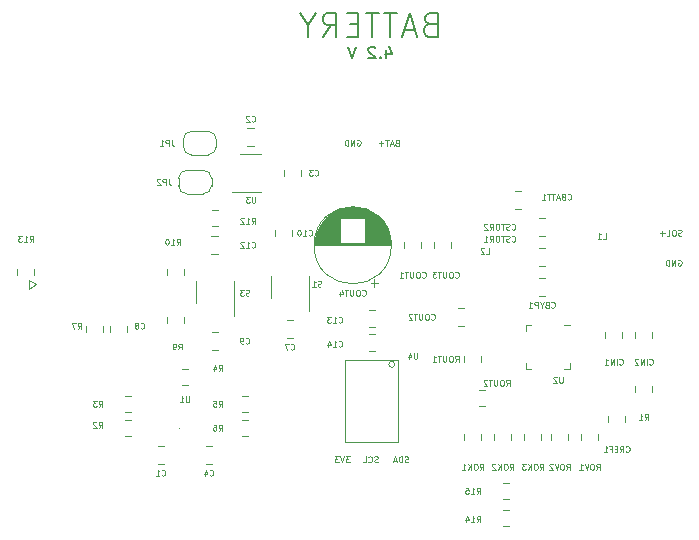
<source format=gbo>
G04 #@! TF.GenerationSoftware,KiCad,Pcbnew,(5.1.6)-1*
G04 #@! TF.CreationDate,2020-11-23T18:00:32+01:00*
G04 #@! TF.ProjectId,Power_module_v1,506f7765-725f-46d6-9f64-756c655f7631,rev?*
G04 #@! TF.SameCoordinates,Original*
G04 #@! TF.FileFunction,Legend,Bot*
G04 #@! TF.FilePolarity,Positive*
%FSLAX46Y46*%
G04 Gerber Fmt 4.6, Leading zero omitted, Abs format (unit mm)*
G04 Created by KiCad (PCBNEW (5.1.6)-1) date 2020-11-23 18:00:32*
%MOMM*%
%LPD*%
G01*
G04 APERTURE LIST*
%ADD10C,0.150000*%
%ADD11C,0.125000*%
%ADD12C,0.120000*%
G04 APERTURE END LIST*
D10*
X123761333Y-64555714D02*
X123761333Y-65222380D01*
X123999428Y-64174761D02*
X124237523Y-64889047D01*
X123618476Y-64889047D01*
X123237523Y-65127142D02*
X123189904Y-65174761D01*
X123237523Y-65222380D01*
X123285142Y-65174761D01*
X123237523Y-65127142D01*
X123237523Y-65222380D01*
X122808952Y-64317619D02*
X122761333Y-64270000D01*
X122666095Y-64222380D01*
X122428000Y-64222380D01*
X122332761Y-64270000D01*
X122285142Y-64317619D01*
X122237523Y-64412857D01*
X122237523Y-64508095D01*
X122285142Y-64650952D01*
X122856571Y-65222380D01*
X122237523Y-65222380D01*
X121189904Y-64222380D02*
X120856571Y-65222380D01*
X120523238Y-64222380D01*
X127428000Y-62341142D02*
X127142285Y-62436380D01*
X127047047Y-62531619D01*
X126951809Y-62722095D01*
X126951809Y-63007809D01*
X127047047Y-63198285D01*
X127142285Y-63293523D01*
X127332761Y-63388761D01*
X128094666Y-63388761D01*
X128094666Y-61388761D01*
X127428000Y-61388761D01*
X127237523Y-61484000D01*
X127142285Y-61579238D01*
X127047047Y-61769714D01*
X127047047Y-61960190D01*
X127142285Y-62150666D01*
X127237523Y-62245904D01*
X127428000Y-62341142D01*
X128094666Y-62341142D01*
X126189904Y-62817333D02*
X125237523Y-62817333D01*
X126380380Y-63388761D02*
X125713714Y-61388761D01*
X125047047Y-63388761D01*
X124666095Y-61388761D02*
X123523238Y-61388761D01*
X124094666Y-63388761D02*
X124094666Y-61388761D01*
X123142285Y-61388761D02*
X121999428Y-61388761D01*
X122570857Y-63388761D02*
X122570857Y-61388761D01*
X121332761Y-62341142D02*
X120666095Y-62341142D01*
X120380380Y-63388761D02*
X121332761Y-63388761D01*
X121332761Y-61388761D01*
X120380380Y-61388761D01*
X118380380Y-63388761D02*
X119047047Y-62436380D01*
X119523238Y-63388761D02*
X119523238Y-61388761D01*
X118761333Y-61388761D01*
X118570857Y-61484000D01*
X118475619Y-61579238D01*
X118380380Y-61769714D01*
X118380380Y-62055428D01*
X118475619Y-62245904D01*
X118570857Y-62341142D01*
X118761333Y-62436380D01*
X119523238Y-62436380D01*
X117142285Y-62436380D02*
X117142285Y-63388761D01*
X117808952Y-61388761D02*
X117142285Y-62436380D01*
X116475619Y-61388761D01*
D11*
X148744666Y-80212380D02*
X148673238Y-80236190D01*
X148554190Y-80236190D01*
X148506571Y-80212380D01*
X148482761Y-80188571D01*
X148458952Y-80140952D01*
X148458952Y-80093333D01*
X148482761Y-80045714D01*
X148506571Y-80021904D01*
X148554190Y-79998095D01*
X148649428Y-79974285D01*
X148697047Y-79950476D01*
X148720857Y-79926666D01*
X148744666Y-79879047D01*
X148744666Y-79831428D01*
X148720857Y-79783809D01*
X148697047Y-79760000D01*
X148649428Y-79736190D01*
X148530380Y-79736190D01*
X148458952Y-79760000D01*
X148149428Y-79736190D02*
X148054190Y-79736190D01*
X148006571Y-79760000D01*
X147958952Y-79807619D01*
X147935142Y-79902857D01*
X147935142Y-80069523D01*
X147958952Y-80164761D01*
X148006571Y-80212380D01*
X148054190Y-80236190D01*
X148149428Y-80236190D01*
X148197047Y-80212380D01*
X148244666Y-80164761D01*
X148268476Y-80069523D01*
X148268476Y-79902857D01*
X148244666Y-79807619D01*
X148197047Y-79760000D01*
X148149428Y-79736190D01*
X147482761Y-80236190D02*
X147720857Y-80236190D01*
X147720857Y-79736190D01*
X147316095Y-80045714D02*
X146935142Y-80045714D01*
X147125619Y-80236190D02*
X147125619Y-79855238D01*
X121284952Y-72140000D02*
X121332571Y-72116190D01*
X121404000Y-72116190D01*
X121475428Y-72140000D01*
X121523047Y-72187619D01*
X121546857Y-72235238D01*
X121570666Y-72330476D01*
X121570666Y-72401904D01*
X121546857Y-72497142D01*
X121523047Y-72544761D01*
X121475428Y-72592380D01*
X121404000Y-72616190D01*
X121356380Y-72616190D01*
X121284952Y-72592380D01*
X121261142Y-72568571D01*
X121261142Y-72401904D01*
X121356380Y-72401904D01*
X121046857Y-72616190D02*
X121046857Y-72116190D01*
X120761142Y-72616190D01*
X120761142Y-72116190D01*
X120523047Y-72616190D02*
X120523047Y-72116190D01*
X120404000Y-72116190D01*
X120332571Y-72140000D01*
X120284952Y-72187619D01*
X120261142Y-72235238D01*
X120237333Y-72330476D01*
X120237333Y-72401904D01*
X120261142Y-72497142D01*
X120284952Y-72544761D01*
X120332571Y-72592380D01*
X120404000Y-72616190D01*
X120523047Y-72616190D01*
X148462952Y-82300000D02*
X148510571Y-82276190D01*
X148582000Y-82276190D01*
X148653428Y-82300000D01*
X148701047Y-82347619D01*
X148724857Y-82395238D01*
X148748666Y-82490476D01*
X148748666Y-82561904D01*
X148724857Y-82657142D01*
X148701047Y-82704761D01*
X148653428Y-82752380D01*
X148582000Y-82776190D01*
X148534380Y-82776190D01*
X148462952Y-82752380D01*
X148439142Y-82728571D01*
X148439142Y-82561904D01*
X148534380Y-82561904D01*
X148224857Y-82776190D02*
X148224857Y-82276190D01*
X147939142Y-82776190D01*
X147939142Y-82276190D01*
X147701047Y-82776190D02*
X147701047Y-82276190D01*
X147582000Y-82276190D01*
X147510571Y-82300000D01*
X147462952Y-82347619D01*
X147439142Y-82395238D01*
X147415333Y-82490476D01*
X147415333Y-82561904D01*
X147439142Y-82657142D01*
X147462952Y-82704761D01*
X147510571Y-82752380D01*
X147582000Y-82776190D01*
X147701047Y-82776190D01*
X124630571Y-72354285D02*
X124559142Y-72378095D01*
X124535333Y-72401904D01*
X124511523Y-72449523D01*
X124511523Y-72520952D01*
X124535333Y-72568571D01*
X124559142Y-72592380D01*
X124606761Y-72616190D01*
X124797238Y-72616190D01*
X124797238Y-72116190D01*
X124630571Y-72116190D01*
X124582952Y-72140000D01*
X124559142Y-72163809D01*
X124535333Y-72211428D01*
X124535333Y-72259047D01*
X124559142Y-72306666D01*
X124582952Y-72330476D01*
X124630571Y-72354285D01*
X124797238Y-72354285D01*
X124321047Y-72473333D02*
X124082952Y-72473333D01*
X124368666Y-72616190D02*
X124202000Y-72116190D01*
X124035333Y-72616190D01*
X123940095Y-72116190D02*
X123654380Y-72116190D01*
X123797238Y-72616190D02*
X123797238Y-72116190D01*
X123487714Y-72425714D02*
X123106761Y-72425714D01*
X123297238Y-72616190D02*
X123297238Y-72235238D01*
D12*
X93472000Y-84074000D02*
X93472000Y-83947000D01*
X93472000Y-84709000D02*
X93472000Y-84074000D01*
X94107000Y-84328000D02*
X93472000Y-84709000D01*
X93472000Y-83947000D02*
X94107000Y-84328000D01*
D11*
X125575142Y-99389380D02*
X125503714Y-99413190D01*
X125384666Y-99413190D01*
X125337047Y-99389380D01*
X125313238Y-99365571D01*
X125289428Y-99317952D01*
X125289428Y-99270333D01*
X125313238Y-99222714D01*
X125337047Y-99198904D01*
X125384666Y-99175095D01*
X125479904Y-99151285D01*
X125527523Y-99127476D01*
X125551333Y-99103666D01*
X125575142Y-99056047D01*
X125575142Y-99008428D01*
X125551333Y-98960809D01*
X125527523Y-98937000D01*
X125479904Y-98913190D01*
X125360857Y-98913190D01*
X125289428Y-98937000D01*
X125075142Y-99413190D02*
X125075142Y-98913190D01*
X124956095Y-98913190D01*
X124884666Y-98937000D01*
X124837047Y-98984619D01*
X124813238Y-99032238D01*
X124789428Y-99127476D01*
X124789428Y-99198904D01*
X124813238Y-99294142D01*
X124837047Y-99341761D01*
X124884666Y-99389380D01*
X124956095Y-99413190D01*
X125075142Y-99413190D01*
X124598952Y-99270333D02*
X124360857Y-99270333D01*
X124646571Y-99413190D02*
X124479904Y-98913190D01*
X124313238Y-99413190D01*
X123023238Y-99389380D02*
X122951809Y-99413190D01*
X122832761Y-99413190D01*
X122785142Y-99389380D01*
X122761333Y-99365571D01*
X122737523Y-99317952D01*
X122737523Y-99270333D01*
X122761333Y-99222714D01*
X122785142Y-99198904D01*
X122832761Y-99175095D01*
X122928000Y-99151285D01*
X122975619Y-99127476D01*
X122999428Y-99103666D01*
X123023238Y-99056047D01*
X123023238Y-99008428D01*
X122999428Y-98960809D01*
X122975619Y-98937000D01*
X122928000Y-98913190D01*
X122808952Y-98913190D01*
X122737523Y-98937000D01*
X122237523Y-99365571D02*
X122261333Y-99389380D01*
X122332761Y-99413190D01*
X122380380Y-99413190D01*
X122451809Y-99389380D01*
X122499428Y-99341761D01*
X122523238Y-99294142D01*
X122547047Y-99198904D01*
X122547047Y-99127476D01*
X122523238Y-99032238D01*
X122499428Y-98984619D01*
X122451809Y-98937000D01*
X122380380Y-98913190D01*
X122332761Y-98913190D01*
X122261333Y-98937000D01*
X122237523Y-98960809D01*
X121785142Y-99413190D02*
X122023238Y-99413190D01*
X122023238Y-98913190D01*
X120634047Y-98913190D02*
X120324523Y-98913190D01*
X120491190Y-99103666D01*
X120419761Y-99103666D01*
X120372142Y-99127476D01*
X120348333Y-99151285D01*
X120324523Y-99198904D01*
X120324523Y-99317952D01*
X120348333Y-99365571D01*
X120372142Y-99389380D01*
X120419761Y-99413190D01*
X120562619Y-99413190D01*
X120610238Y-99389380D01*
X120634047Y-99365571D01*
X120181666Y-98913190D02*
X120015000Y-99413190D01*
X119848333Y-98913190D01*
X119729285Y-98913190D02*
X119419761Y-98913190D01*
X119586428Y-99103666D01*
X119515000Y-99103666D01*
X119467380Y-99127476D01*
X119443571Y-99151285D01*
X119419761Y-99198904D01*
X119419761Y-99317952D01*
X119443571Y-99365571D01*
X119467380Y-99389380D01*
X119515000Y-99413190D01*
X119657857Y-99413190D01*
X119705476Y-99389380D01*
X119729285Y-99365571D01*
D12*
X106427748Y-92912000D02*
X106950252Y-92912000D01*
X106427748Y-91492000D02*
X106950252Y-91492000D01*
X111507748Y-95198000D02*
X112030252Y-95198000D01*
X111507748Y-93778000D02*
X112030252Y-93778000D01*
X137167252Y-82777000D02*
X136644748Y-82777000D01*
X137167252Y-81307000D02*
X136644748Y-81307000D01*
X143991000Y-95518248D02*
X143991000Y-96040752D01*
X142521000Y-95518248D02*
X142521000Y-96040752D01*
X125249000Y-81287252D02*
X125249000Y-80764748D01*
X126719000Y-81287252D02*
X126719000Y-80764748D01*
X143737000Y-88384748D02*
X143737000Y-88907252D01*
X142267000Y-88384748D02*
X142267000Y-88907252D01*
X137167252Y-85317000D02*
X136644748Y-85317000D01*
X137167252Y-83847000D02*
X136644748Y-83847000D01*
X122284748Y-88546000D02*
X122807252Y-88546000D01*
X122284748Y-90016000D02*
X122807252Y-90016000D01*
X122293748Y-86514000D02*
X122816252Y-86514000D01*
X122293748Y-87984000D02*
X122816252Y-87984000D01*
X108937248Y-80291000D02*
X109459752Y-80291000D01*
X108937248Y-81761000D02*
X109459752Y-81761000D01*
X114327000Y-80271252D02*
X114327000Y-79748748D01*
X115797000Y-80271252D02*
X115797000Y-79748748D01*
X109481252Y-89889000D02*
X108958748Y-89889000D01*
X109481252Y-88419000D02*
X108958748Y-88419000D01*
X101827000Y-87876748D02*
X101827000Y-88399252D01*
X100357000Y-87876748D02*
X100357000Y-88399252D01*
X115831252Y-88873000D02*
X115308748Y-88873000D01*
X115831252Y-87403000D02*
X115308748Y-87403000D01*
X108973252Y-99541000D02*
X108450748Y-99541000D01*
X108973252Y-98071000D02*
X108450748Y-98071000D01*
X115089000Y-75169752D02*
X115089000Y-74647248D01*
X116559000Y-75169752D02*
X116559000Y-74647248D01*
X111985248Y-71147000D02*
X112507752Y-71147000D01*
X111985248Y-72617000D02*
X112507752Y-72617000D01*
X104386748Y-98071000D02*
X104909252Y-98071000D01*
X104386748Y-99541000D02*
X104909252Y-99541000D01*
X129786748Y-87857000D02*
X130309252Y-87857000D01*
X129786748Y-86387000D02*
X130309252Y-86387000D01*
X144807000Y-88384748D02*
X144807000Y-88907252D01*
X146277000Y-88384748D02*
X146277000Y-88907252D01*
X137167252Y-80237000D02*
X136644748Y-80237000D01*
X137167252Y-78767000D02*
X136644748Y-78767000D01*
X134612748Y-76481000D02*
X135135252Y-76481000D01*
X134612748Y-77951000D02*
X135135252Y-77951000D01*
X127789000Y-81287252D02*
X127789000Y-80764748D01*
X129259000Y-81287252D02*
X129259000Y-80764748D01*
X106263223Y-96563080D02*
G75*
G03*
X106263223Y-96563080I-52363J0D01*
G01*
X106550000Y-72090000D02*
X106550000Y-72690000D01*
X108650000Y-71390000D02*
X107250000Y-71390000D01*
X109350000Y-72690000D02*
X109350000Y-72090000D01*
X107250000Y-73390000D02*
X108650000Y-73390000D01*
X108650000Y-73390000D02*
G75*
G03*
X109350000Y-72690000I0J700000D01*
G01*
X109350000Y-72090000D02*
G75*
G03*
X108650000Y-71390000I-700000J0D01*
G01*
X107250000Y-71390000D02*
G75*
G03*
X106550000Y-72090000I0J-700000D01*
G01*
X106550000Y-72690000D02*
G75*
G03*
X107250000Y-73390000I700000J0D01*
G01*
X106854000Y-76692000D02*
X108254000Y-76692000D01*
X108954000Y-75992000D02*
X108954000Y-75392000D01*
X108254000Y-74692000D02*
X106854000Y-74692000D01*
X106154000Y-75392000D02*
X106154000Y-75992000D01*
X106154000Y-75992000D02*
G75*
G03*
X106854000Y-76692000I700000J0D01*
G01*
X106854000Y-74692000D02*
G75*
G03*
X106154000Y-75392000I0J-700000D01*
G01*
X108954000Y-75392000D02*
G75*
G03*
X108254000Y-74692000I-700000J0D01*
G01*
X108254000Y-76692000D02*
G75*
G03*
X108954000Y-75992000I0J700000D01*
G01*
X144832000Y-92956748D02*
X144832000Y-93479252D01*
X146252000Y-92956748D02*
X146252000Y-93479252D01*
X102106252Y-97230000D02*
X101583748Y-97230000D01*
X102106252Y-95810000D02*
X101583748Y-95810000D01*
X102115252Y-93778000D02*
X101592748Y-93778000D01*
X102115252Y-95198000D02*
X101592748Y-95198000D01*
X111507748Y-97230000D02*
X112030252Y-97230000D01*
X111507748Y-95810000D02*
X112030252Y-95810000D01*
X98350000Y-87876748D02*
X98350000Y-88399252D01*
X99770000Y-87876748D02*
X99770000Y-88399252D01*
X105208000Y-87628252D02*
X105208000Y-87105748D01*
X106628000Y-87628252D02*
X106628000Y-87105748D01*
X106628000Y-83573252D02*
X106628000Y-83050748D01*
X105208000Y-83573252D02*
X105208000Y-83050748D01*
X93928000Y-83059748D02*
X93928000Y-83582252D01*
X92508000Y-83059748D02*
X92508000Y-83582252D01*
X134110252Y-104850000D02*
X133587748Y-104850000D01*
X134110252Y-103430000D02*
X133587748Y-103430000D01*
X134110252Y-101144000D02*
X133587748Y-101144000D01*
X134110252Y-102564000D02*
X133587748Y-102564000D01*
X135434000Y-97543252D02*
X135434000Y-97020748D01*
X136854000Y-97543252D02*
X136854000Y-97020748D01*
X134314000Y-97543252D02*
X134314000Y-97020748D01*
X132894000Y-97543252D02*
X132894000Y-97020748D01*
X131774000Y-97020748D02*
X131774000Y-97543252D01*
X130354000Y-97020748D02*
X130354000Y-97543252D01*
X132087252Y-93270000D02*
X131564748Y-93270000D01*
X132087252Y-94690000D02*
X131564748Y-94690000D01*
X130354000Y-90939252D02*
X130354000Y-90416748D01*
X131774000Y-90939252D02*
X131774000Y-90416748D01*
X137720000Y-97543252D02*
X137720000Y-97020748D01*
X139140000Y-97543252D02*
X139140000Y-97020748D01*
X140260000Y-97020748D02*
X140260000Y-97543252D01*
X141680000Y-97020748D02*
X141680000Y-97543252D01*
X110830000Y-84110000D02*
X110830000Y-87060000D01*
X107610000Y-85910000D02*
X107610000Y-84110000D01*
X138799000Y-87802000D02*
X139274000Y-87802000D01*
X135554000Y-91522000D02*
X135554000Y-91047000D01*
X136029000Y-91522000D02*
X135554000Y-91522000D01*
X139274000Y-91522000D02*
X139274000Y-91047000D01*
X138799000Y-91522000D02*
X139274000Y-91522000D01*
X135554000Y-87802000D02*
X135554000Y-88277000D01*
X136029000Y-87802000D02*
X135554000Y-87802000D01*
X111368000Y-73320000D02*
X113168000Y-73320000D01*
X113168000Y-76540000D02*
X110718000Y-76540000D01*
X124714000Y-90745000D02*
X120269000Y-90745000D01*
X120269000Y-90745000D02*
X120269000Y-97730000D01*
X120269000Y-97730000D02*
X124714000Y-97730000D01*
X124714000Y-97730000D02*
X124714000Y-90745000D01*
X124460000Y-91126000D02*
G75*
G03*
X124460000Y-91126000I-254000J0D01*
G01*
X124174000Y-81046000D02*
G75*
G03*
X124174000Y-81046000I-3270000J0D01*
G01*
X124134000Y-81046000D02*
X117674000Y-81046000D01*
X124134000Y-81006000D02*
X117674000Y-81006000D01*
X124134000Y-80966000D02*
X117674000Y-80966000D01*
X124132000Y-80926000D02*
X117676000Y-80926000D01*
X124131000Y-80886000D02*
X117677000Y-80886000D01*
X124128000Y-80846000D02*
X117680000Y-80846000D01*
X124126000Y-80806000D02*
X121944000Y-80806000D01*
X119864000Y-80806000D02*
X117682000Y-80806000D01*
X124122000Y-80766000D02*
X121944000Y-80766000D01*
X119864000Y-80766000D02*
X117686000Y-80766000D01*
X124119000Y-80726000D02*
X121944000Y-80726000D01*
X119864000Y-80726000D02*
X117689000Y-80726000D01*
X124115000Y-80686000D02*
X121944000Y-80686000D01*
X119864000Y-80686000D02*
X117693000Y-80686000D01*
X124110000Y-80646000D02*
X121944000Y-80646000D01*
X119864000Y-80646000D02*
X117698000Y-80646000D01*
X124105000Y-80606000D02*
X121944000Y-80606000D01*
X119864000Y-80606000D02*
X117703000Y-80606000D01*
X124099000Y-80566000D02*
X121944000Y-80566000D01*
X119864000Y-80566000D02*
X117709000Y-80566000D01*
X124093000Y-80526000D02*
X121944000Y-80526000D01*
X119864000Y-80526000D02*
X117715000Y-80526000D01*
X124086000Y-80486000D02*
X121944000Y-80486000D01*
X119864000Y-80486000D02*
X117722000Y-80486000D01*
X124079000Y-80446000D02*
X121944000Y-80446000D01*
X119864000Y-80446000D02*
X117729000Y-80446000D01*
X124071000Y-80406000D02*
X121944000Y-80406000D01*
X119864000Y-80406000D02*
X117737000Y-80406000D01*
X124063000Y-80366000D02*
X121944000Y-80366000D01*
X119864000Y-80366000D02*
X117745000Y-80366000D01*
X124054000Y-80325000D02*
X121944000Y-80325000D01*
X119864000Y-80325000D02*
X117754000Y-80325000D01*
X124045000Y-80285000D02*
X121944000Y-80285000D01*
X119864000Y-80285000D02*
X117763000Y-80285000D01*
X124035000Y-80245000D02*
X121944000Y-80245000D01*
X119864000Y-80245000D02*
X117773000Y-80245000D01*
X124025000Y-80205000D02*
X121944000Y-80205000D01*
X119864000Y-80205000D02*
X117783000Y-80205000D01*
X124014000Y-80165000D02*
X121944000Y-80165000D01*
X119864000Y-80165000D02*
X117794000Y-80165000D01*
X124002000Y-80125000D02*
X121944000Y-80125000D01*
X119864000Y-80125000D02*
X117806000Y-80125000D01*
X123990000Y-80085000D02*
X121944000Y-80085000D01*
X119864000Y-80085000D02*
X117818000Y-80085000D01*
X123978000Y-80045000D02*
X121944000Y-80045000D01*
X119864000Y-80045000D02*
X117830000Y-80045000D01*
X123965000Y-80005000D02*
X121944000Y-80005000D01*
X119864000Y-80005000D02*
X117843000Y-80005000D01*
X123951000Y-79965000D02*
X121944000Y-79965000D01*
X119864000Y-79965000D02*
X117857000Y-79965000D01*
X123937000Y-79925000D02*
X121944000Y-79925000D01*
X119864000Y-79925000D02*
X117871000Y-79925000D01*
X123922000Y-79885000D02*
X121944000Y-79885000D01*
X119864000Y-79885000D02*
X117886000Y-79885000D01*
X123906000Y-79845000D02*
X121944000Y-79845000D01*
X119864000Y-79845000D02*
X117902000Y-79845000D01*
X123890000Y-79805000D02*
X121944000Y-79805000D01*
X119864000Y-79805000D02*
X117918000Y-79805000D01*
X123874000Y-79765000D02*
X121944000Y-79765000D01*
X119864000Y-79765000D02*
X117934000Y-79765000D01*
X123856000Y-79725000D02*
X121944000Y-79725000D01*
X119864000Y-79725000D02*
X117952000Y-79725000D01*
X123838000Y-79685000D02*
X121944000Y-79685000D01*
X119864000Y-79685000D02*
X117970000Y-79685000D01*
X123820000Y-79645000D02*
X121944000Y-79645000D01*
X119864000Y-79645000D02*
X117988000Y-79645000D01*
X123800000Y-79605000D02*
X121944000Y-79605000D01*
X119864000Y-79605000D02*
X118008000Y-79605000D01*
X123780000Y-79565000D02*
X121944000Y-79565000D01*
X119864000Y-79565000D02*
X118028000Y-79565000D01*
X123760000Y-79525000D02*
X121944000Y-79525000D01*
X119864000Y-79525000D02*
X118048000Y-79525000D01*
X123738000Y-79485000D02*
X121944000Y-79485000D01*
X119864000Y-79485000D02*
X118070000Y-79485000D01*
X123716000Y-79445000D02*
X121944000Y-79445000D01*
X119864000Y-79445000D02*
X118092000Y-79445000D01*
X123694000Y-79405000D02*
X121944000Y-79405000D01*
X119864000Y-79405000D02*
X118114000Y-79405000D01*
X123670000Y-79365000D02*
X121944000Y-79365000D01*
X119864000Y-79365000D02*
X118138000Y-79365000D01*
X123646000Y-79325000D02*
X121944000Y-79325000D01*
X119864000Y-79325000D02*
X118162000Y-79325000D01*
X123620000Y-79285000D02*
X121944000Y-79285000D01*
X119864000Y-79285000D02*
X118188000Y-79285000D01*
X123594000Y-79245000D02*
X121944000Y-79245000D01*
X119864000Y-79245000D02*
X118214000Y-79245000D01*
X123568000Y-79205000D02*
X121944000Y-79205000D01*
X119864000Y-79205000D02*
X118240000Y-79205000D01*
X123540000Y-79165000D02*
X121944000Y-79165000D01*
X119864000Y-79165000D02*
X118268000Y-79165000D01*
X123511000Y-79125000D02*
X121944000Y-79125000D01*
X119864000Y-79125000D02*
X118297000Y-79125000D01*
X123482000Y-79085000D02*
X121944000Y-79085000D01*
X119864000Y-79085000D02*
X118326000Y-79085000D01*
X123452000Y-79045000D02*
X121944000Y-79045000D01*
X119864000Y-79045000D02*
X118356000Y-79045000D01*
X123420000Y-79005000D02*
X121944000Y-79005000D01*
X119864000Y-79005000D02*
X118388000Y-79005000D01*
X123388000Y-78965000D02*
X121944000Y-78965000D01*
X119864000Y-78965000D02*
X118420000Y-78965000D01*
X123354000Y-78925000D02*
X121944000Y-78925000D01*
X119864000Y-78925000D02*
X118454000Y-78925000D01*
X123320000Y-78885000D02*
X121944000Y-78885000D01*
X119864000Y-78885000D02*
X118488000Y-78885000D01*
X123284000Y-78845000D02*
X121944000Y-78845000D01*
X119864000Y-78845000D02*
X118524000Y-78845000D01*
X123247000Y-78805000D02*
X121944000Y-78805000D01*
X119864000Y-78805000D02*
X118561000Y-78805000D01*
X123209000Y-78765000D02*
X121944000Y-78765000D01*
X119864000Y-78765000D02*
X118599000Y-78765000D01*
X123169000Y-78725000D02*
X118639000Y-78725000D01*
X123128000Y-78685000D02*
X118680000Y-78685000D01*
X123086000Y-78645000D02*
X118722000Y-78645000D01*
X123041000Y-78605000D02*
X118767000Y-78605000D01*
X122996000Y-78565000D02*
X118812000Y-78565000D01*
X122948000Y-78525000D02*
X118860000Y-78525000D01*
X122899000Y-78485000D02*
X118909000Y-78485000D01*
X122848000Y-78445000D02*
X118960000Y-78445000D01*
X122794000Y-78405000D02*
X119014000Y-78405000D01*
X122738000Y-78365000D02*
X119070000Y-78365000D01*
X122680000Y-78325000D02*
X119128000Y-78325000D01*
X122618000Y-78285000D02*
X119190000Y-78285000D01*
X122554000Y-78245000D02*
X119254000Y-78245000D01*
X122485000Y-78205000D02*
X119323000Y-78205000D01*
X122413000Y-78165000D02*
X119395000Y-78165000D01*
X122336000Y-78125000D02*
X119472000Y-78125000D01*
X122254000Y-78085000D02*
X119554000Y-78085000D01*
X122166000Y-78045000D02*
X119642000Y-78045000D01*
X122069000Y-78005000D02*
X119739000Y-78005000D01*
X121963000Y-77965000D02*
X119845000Y-77965000D01*
X121844000Y-77925000D02*
X119964000Y-77925000D01*
X121706000Y-77885000D02*
X120102000Y-77885000D01*
X121537000Y-77845000D02*
X120271000Y-77845000D01*
X121306000Y-77805000D02*
X120502000Y-77805000D01*
X122743000Y-84546241D02*
X122743000Y-83916241D01*
X123058000Y-84231241D02*
X122428000Y-84231241D01*
X109472252Y-78030000D02*
X108949748Y-78030000D01*
X109472252Y-79450000D02*
X108949748Y-79450000D01*
X113960000Y-85482000D02*
X113960000Y-83682000D01*
X117180000Y-83682000D02*
X117180000Y-86632000D01*
D11*
X109557333Y-91666190D02*
X109724000Y-91428095D01*
X109843047Y-91666190D02*
X109843047Y-91166190D01*
X109652571Y-91166190D01*
X109604952Y-91190000D01*
X109581142Y-91213809D01*
X109557333Y-91261428D01*
X109557333Y-91332857D01*
X109581142Y-91380476D01*
X109604952Y-91404285D01*
X109652571Y-91428095D01*
X109843047Y-91428095D01*
X109128761Y-91332857D02*
X109128761Y-91666190D01*
X109247809Y-91142380D02*
X109366857Y-91499523D01*
X109057333Y-91499523D01*
X109557333Y-94714190D02*
X109724000Y-94476095D01*
X109843047Y-94714190D02*
X109843047Y-94214190D01*
X109652571Y-94214190D01*
X109604952Y-94238000D01*
X109581142Y-94261809D01*
X109557333Y-94309428D01*
X109557333Y-94380857D01*
X109581142Y-94428476D01*
X109604952Y-94452285D01*
X109652571Y-94476095D01*
X109843047Y-94476095D01*
X109104952Y-94214190D02*
X109343047Y-94214190D01*
X109366857Y-94452285D01*
X109343047Y-94428476D01*
X109295428Y-94404666D01*
X109176380Y-94404666D01*
X109128761Y-94428476D01*
X109104952Y-94452285D01*
X109081142Y-94499904D01*
X109081142Y-94618952D01*
X109104952Y-94666571D01*
X109128761Y-94690380D01*
X109176380Y-94714190D01*
X109295428Y-94714190D01*
X109343047Y-94690380D01*
X109366857Y-94666571D01*
X134373809Y-80696571D02*
X134397619Y-80720380D01*
X134469047Y-80744190D01*
X134516666Y-80744190D01*
X134588095Y-80720380D01*
X134635714Y-80672761D01*
X134659523Y-80625142D01*
X134683333Y-80529904D01*
X134683333Y-80458476D01*
X134659523Y-80363238D01*
X134635714Y-80315619D01*
X134588095Y-80268000D01*
X134516666Y-80244190D01*
X134469047Y-80244190D01*
X134397619Y-80268000D01*
X134373809Y-80291809D01*
X134183333Y-80720380D02*
X134111904Y-80744190D01*
X133992857Y-80744190D01*
X133945238Y-80720380D01*
X133921428Y-80696571D01*
X133897619Y-80648952D01*
X133897619Y-80601333D01*
X133921428Y-80553714D01*
X133945238Y-80529904D01*
X133992857Y-80506095D01*
X134088095Y-80482285D01*
X134135714Y-80458476D01*
X134159523Y-80434666D01*
X134183333Y-80387047D01*
X134183333Y-80339428D01*
X134159523Y-80291809D01*
X134135714Y-80268000D01*
X134088095Y-80244190D01*
X133969047Y-80244190D01*
X133897619Y-80268000D01*
X133754761Y-80244190D02*
X133469047Y-80244190D01*
X133611904Y-80744190D02*
X133611904Y-80244190D01*
X133207142Y-80244190D02*
X133111904Y-80244190D01*
X133064285Y-80268000D01*
X133016666Y-80315619D01*
X132992857Y-80410857D01*
X132992857Y-80577523D01*
X133016666Y-80672761D01*
X133064285Y-80720380D01*
X133111904Y-80744190D01*
X133207142Y-80744190D01*
X133254761Y-80720380D01*
X133302380Y-80672761D01*
X133326190Y-80577523D01*
X133326190Y-80410857D01*
X133302380Y-80315619D01*
X133254761Y-80268000D01*
X133207142Y-80244190D01*
X132492857Y-80744190D02*
X132659523Y-80506095D01*
X132778571Y-80744190D02*
X132778571Y-80244190D01*
X132588095Y-80244190D01*
X132540476Y-80268000D01*
X132516666Y-80291809D01*
X132492857Y-80339428D01*
X132492857Y-80410857D01*
X132516666Y-80458476D01*
X132540476Y-80482285D01*
X132588095Y-80506095D01*
X132778571Y-80506095D01*
X132016666Y-80744190D02*
X132302380Y-80744190D01*
X132159523Y-80744190D02*
X132159523Y-80244190D01*
X132207142Y-80315619D01*
X132254761Y-80363238D01*
X132302380Y-80387047D01*
X144029809Y-98498071D02*
X144053619Y-98521880D01*
X144125047Y-98545690D01*
X144172666Y-98545690D01*
X144244095Y-98521880D01*
X144291714Y-98474261D01*
X144315523Y-98426642D01*
X144339333Y-98331404D01*
X144339333Y-98259976D01*
X144315523Y-98164738D01*
X144291714Y-98117119D01*
X144244095Y-98069500D01*
X144172666Y-98045690D01*
X144125047Y-98045690D01*
X144053619Y-98069500D01*
X144029809Y-98093309D01*
X143529809Y-98545690D02*
X143696476Y-98307595D01*
X143815523Y-98545690D02*
X143815523Y-98045690D01*
X143625047Y-98045690D01*
X143577428Y-98069500D01*
X143553619Y-98093309D01*
X143529809Y-98140928D01*
X143529809Y-98212357D01*
X143553619Y-98259976D01*
X143577428Y-98283785D01*
X143625047Y-98307595D01*
X143815523Y-98307595D01*
X143315523Y-98283785D02*
X143148857Y-98283785D01*
X143077428Y-98545690D02*
X143315523Y-98545690D01*
X143315523Y-98045690D01*
X143077428Y-98045690D01*
X142696476Y-98283785D02*
X142863142Y-98283785D01*
X142863142Y-98545690D02*
X142863142Y-98045690D01*
X142625047Y-98045690D01*
X142172666Y-98545690D02*
X142458380Y-98545690D01*
X142315523Y-98545690D02*
X142315523Y-98045690D01*
X142363142Y-98117119D01*
X142410761Y-98164738D01*
X142458380Y-98188547D01*
X126781619Y-83744571D02*
X126805428Y-83768380D01*
X126876857Y-83792190D01*
X126924476Y-83792190D01*
X126995904Y-83768380D01*
X127043523Y-83720761D01*
X127067333Y-83673142D01*
X127091142Y-83577904D01*
X127091142Y-83506476D01*
X127067333Y-83411238D01*
X127043523Y-83363619D01*
X126995904Y-83316000D01*
X126924476Y-83292190D01*
X126876857Y-83292190D01*
X126805428Y-83316000D01*
X126781619Y-83339809D01*
X126472095Y-83292190D02*
X126376857Y-83292190D01*
X126329238Y-83316000D01*
X126281619Y-83363619D01*
X126257809Y-83458857D01*
X126257809Y-83625523D01*
X126281619Y-83720761D01*
X126329238Y-83768380D01*
X126376857Y-83792190D01*
X126472095Y-83792190D01*
X126519714Y-83768380D01*
X126567333Y-83720761D01*
X126591142Y-83625523D01*
X126591142Y-83458857D01*
X126567333Y-83363619D01*
X126519714Y-83316000D01*
X126472095Y-83292190D01*
X126043523Y-83292190D02*
X126043523Y-83696952D01*
X126019714Y-83744571D01*
X125995904Y-83768380D01*
X125948285Y-83792190D01*
X125853047Y-83792190D01*
X125805428Y-83768380D01*
X125781619Y-83744571D01*
X125757809Y-83696952D01*
X125757809Y-83292190D01*
X125591142Y-83292190D02*
X125305428Y-83292190D01*
X125448285Y-83792190D02*
X125448285Y-83292190D01*
X124876857Y-83792190D02*
X125162571Y-83792190D01*
X125019714Y-83792190D02*
X125019714Y-83292190D01*
X125067333Y-83363619D01*
X125114952Y-83411238D01*
X125162571Y-83435047D01*
X143466285Y-91110571D02*
X143490095Y-91134380D01*
X143561523Y-91158190D01*
X143609142Y-91158190D01*
X143680571Y-91134380D01*
X143728190Y-91086761D01*
X143752000Y-91039142D01*
X143775809Y-90943904D01*
X143775809Y-90872476D01*
X143752000Y-90777238D01*
X143728190Y-90729619D01*
X143680571Y-90682000D01*
X143609142Y-90658190D01*
X143561523Y-90658190D01*
X143490095Y-90682000D01*
X143466285Y-90705809D01*
X143252000Y-91158190D02*
X143252000Y-90658190D01*
X143013904Y-91158190D02*
X143013904Y-90658190D01*
X142728190Y-91158190D01*
X142728190Y-90658190D01*
X142228190Y-91158190D02*
X142513904Y-91158190D01*
X142371047Y-91158190D02*
X142371047Y-90658190D01*
X142418666Y-90729619D01*
X142466285Y-90777238D01*
X142513904Y-90801047D01*
X137703619Y-86284571D02*
X137727428Y-86308380D01*
X137798857Y-86332190D01*
X137846476Y-86332190D01*
X137917904Y-86308380D01*
X137965523Y-86260761D01*
X137989333Y-86213142D01*
X138013142Y-86117904D01*
X138013142Y-86046476D01*
X137989333Y-85951238D01*
X137965523Y-85903619D01*
X137917904Y-85856000D01*
X137846476Y-85832190D01*
X137798857Y-85832190D01*
X137727428Y-85856000D01*
X137703619Y-85879809D01*
X137322666Y-86070285D02*
X137251238Y-86094095D01*
X137227428Y-86117904D01*
X137203619Y-86165523D01*
X137203619Y-86236952D01*
X137227428Y-86284571D01*
X137251238Y-86308380D01*
X137298857Y-86332190D01*
X137489333Y-86332190D01*
X137489333Y-85832190D01*
X137322666Y-85832190D01*
X137275047Y-85856000D01*
X137251238Y-85879809D01*
X137227428Y-85927428D01*
X137227428Y-85975047D01*
X137251238Y-86022666D01*
X137275047Y-86046476D01*
X137322666Y-86070285D01*
X137489333Y-86070285D01*
X136894095Y-86094095D02*
X136894095Y-86332190D01*
X137060761Y-85832190D02*
X136894095Y-86094095D01*
X136727428Y-85832190D01*
X136560761Y-86332190D02*
X136560761Y-85832190D01*
X136370285Y-85832190D01*
X136322666Y-85856000D01*
X136298857Y-85879809D01*
X136275047Y-85927428D01*
X136275047Y-85998857D01*
X136298857Y-86046476D01*
X136322666Y-86070285D01*
X136370285Y-86094095D01*
X136560761Y-86094095D01*
X135798857Y-86332190D02*
X136084571Y-86332190D01*
X135941714Y-86332190D02*
X135941714Y-85832190D01*
X135989333Y-85903619D01*
X136036952Y-85951238D01*
X136084571Y-85975047D01*
X119701428Y-89586571D02*
X119725238Y-89610380D01*
X119796666Y-89634190D01*
X119844285Y-89634190D01*
X119915714Y-89610380D01*
X119963333Y-89562761D01*
X119987142Y-89515142D01*
X120010952Y-89419904D01*
X120010952Y-89348476D01*
X119987142Y-89253238D01*
X119963333Y-89205619D01*
X119915714Y-89158000D01*
X119844285Y-89134190D01*
X119796666Y-89134190D01*
X119725238Y-89158000D01*
X119701428Y-89181809D01*
X119225238Y-89634190D02*
X119510952Y-89634190D01*
X119368095Y-89634190D02*
X119368095Y-89134190D01*
X119415714Y-89205619D01*
X119463333Y-89253238D01*
X119510952Y-89277047D01*
X118796666Y-89300857D02*
X118796666Y-89634190D01*
X118915714Y-89110380D02*
X119034761Y-89467523D01*
X118725238Y-89467523D01*
X119701428Y-87554571D02*
X119725238Y-87578380D01*
X119796666Y-87602190D01*
X119844285Y-87602190D01*
X119915714Y-87578380D01*
X119963333Y-87530761D01*
X119987142Y-87483142D01*
X120010952Y-87387904D01*
X120010952Y-87316476D01*
X119987142Y-87221238D01*
X119963333Y-87173619D01*
X119915714Y-87126000D01*
X119844285Y-87102190D01*
X119796666Y-87102190D01*
X119725238Y-87126000D01*
X119701428Y-87149809D01*
X119225238Y-87602190D02*
X119510952Y-87602190D01*
X119368095Y-87602190D02*
X119368095Y-87102190D01*
X119415714Y-87173619D01*
X119463333Y-87221238D01*
X119510952Y-87245047D01*
X119058571Y-87102190D02*
X118749047Y-87102190D01*
X118915714Y-87292666D01*
X118844285Y-87292666D01*
X118796666Y-87316476D01*
X118772857Y-87340285D01*
X118749047Y-87387904D01*
X118749047Y-87506952D01*
X118772857Y-87554571D01*
X118796666Y-87578380D01*
X118844285Y-87602190D01*
X118987142Y-87602190D01*
X119034761Y-87578380D01*
X119058571Y-87554571D01*
X112335428Y-81204571D02*
X112359238Y-81228380D01*
X112430666Y-81252190D01*
X112478285Y-81252190D01*
X112549714Y-81228380D01*
X112597333Y-81180761D01*
X112621142Y-81133142D01*
X112644952Y-81037904D01*
X112644952Y-80966476D01*
X112621142Y-80871238D01*
X112597333Y-80823619D01*
X112549714Y-80776000D01*
X112478285Y-80752190D01*
X112430666Y-80752190D01*
X112359238Y-80776000D01*
X112335428Y-80799809D01*
X111859238Y-81252190D02*
X112144952Y-81252190D01*
X112002095Y-81252190D02*
X112002095Y-80752190D01*
X112049714Y-80823619D01*
X112097333Y-80871238D01*
X112144952Y-80895047D01*
X111668761Y-80799809D02*
X111644952Y-80776000D01*
X111597333Y-80752190D01*
X111478285Y-80752190D01*
X111430666Y-80776000D01*
X111406857Y-80799809D01*
X111383047Y-80847428D01*
X111383047Y-80895047D01*
X111406857Y-80966476D01*
X111692571Y-81252190D01*
X111383047Y-81252190D01*
X117161428Y-80188571D02*
X117185238Y-80212380D01*
X117256666Y-80236190D01*
X117304285Y-80236190D01*
X117375714Y-80212380D01*
X117423333Y-80164761D01*
X117447142Y-80117142D01*
X117470952Y-80021904D01*
X117470952Y-79950476D01*
X117447142Y-79855238D01*
X117423333Y-79807619D01*
X117375714Y-79760000D01*
X117304285Y-79736190D01*
X117256666Y-79736190D01*
X117185238Y-79760000D01*
X117161428Y-79783809D01*
X116685238Y-80236190D02*
X116970952Y-80236190D01*
X116828095Y-80236190D02*
X116828095Y-79736190D01*
X116875714Y-79807619D01*
X116923333Y-79855238D01*
X116970952Y-79879047D01*
X116375714Y-79736190D02*
X116328095Y-79736190D01*
X116280476Y-79760000D01*
X116256666Y-79783809D01*
X116232857Y-79831428D01*
X116209047Y-79926666D01*
X116209047Y-80045714D01*
X116232857Y-80140952D01*
X116256666Y-80188571D01*
X116280476Y-80212380D01*
X116328095Y-80236190D01*
X116375714Y-80236190D01*
X116423333Y-80212380D01*
X116447142Y-80188571D01*
X116470952Y-80140952D01*
X116494761Y-80045714D01*
X116494761Y-79926666D01*
X116470952Y-79831428D01*
X116447142Y-79783809D01*
X116423333Y-79760000D01*
X116375714Y-79736190D01*
X111843333Y-89332571D02*
X111867142Y-89356380D01*
X111938571Y-89380190D01*
X111986190Y-89380190D01*
X112057619Y-89356380D01*
X112105238Y-89308761D01*
X112129047Y-89261142D01*
X112152857Y-89165904D01*
X112152857Y-89094476D01*
X112129047Y-88999238D01*
X112105238Y-88951619D01*
X112057619Y-88904000D01*
X111986190Y-88880190D01*
X111938571Y-88880190D01*
X111867142Y-88904000D01*
X111843333Y-88927809D01*
X111605238Y-89380190D02*
X111510000Y-89380190D01*
X111462380Y-89356380D01*
X111438571Y-89332571D01*
X111390952Y-89261142D01*
X111367142Y-89165904D01*
X111367142Y-88975428D01*
X111390952Y-88927809D01*
X111414761Y-88904000D01*
X111462380Y-88880190D01*
X111557619Y-88880190D01*
X111605238Y-88904000D01*
X111629047Y-88927809D01*
X111652857Y-88975428D01*
X111652857Y-89094476D01*
X111629047Y-89142095D01*
X111605238Y-89165904D01*
X111557619Y-89189714D01*
X111462380Y-89189714D01*
X111414761Y-89165904D01*
X111390952Y-89142095D01*
X111367142Y-89094476D01*
X102953333Y-88062571D02*
X102977142Y-88086380D01*
X103048571Y-88110190D01*
X103096190Y-88110190D01*
X103167619Y-88086380D01*
X103215238Y-88038761D01*
X103239047Y-87991142D01*
X103262857Y-87895904D01*
X103262857Y-87824476D01*
X103239047Y-87729238D01*
X103215238Y-87681619D01*
X103167619Y-87634000D01*
X103096190Y-87610190D01*
X103048571Y-87610190D01*
X102977142Y-87634000D01*
X102953333Y-87657809D01*
X102667619Y-87824476D02*
X102715238Y-87800666D01*
X102739047Y-87776857D01*
X102762857Y-87729238D01*
X102762857Y-87705428D01*
X102739047Y-87657809D01*
X102715238Y-87634000D01*
X102667619Y-87610190D01*
X102572380Y-87610190D01*
X102524761Y-87634000D01*
X102500952Y-87657809D01*
X102477142Y-87705428D01*
X102477142Y-87729238D01*
X102500952Y-87776857D01*
X102524761Y-87800666D01*
X102572380Y-87824476D01*
X102667619Y-87824476D01*
X102715238Y-87848285D01*
X102739047Y-87872095D01*
X102762857Y-87919714D01*
X102762857Y-88014952D01*
X102739047Y-88062571D01*
X102715238Y-88086380D01*
X102667619Y-88110190D01*
X102572380Y-88110190D01*
X102524761Y-88086380D01*
X102500952Y-88062571D01*
X102477142Y-88014952D01*
X102477142Y-87919714D01*
X102500952Y-87872095D01*
X102524761Y-87848285D01*
X102572380Y-87824476D01*
X115653333Y-89840571D02*
X115677142Y-89864380D01*
X115748571Y-89888190D01*
X115796190Y-89888190D01*
X115867619Y-89864380D01*
X115915238Y-89816761D01*
X115939047Y-89769142D01*
X115962857Y-89673904D01*
X115962857Y-89602476D01*
X115939047Y-89507238D01*
X115915238Y-89459619D01*
X115867619Y-89412000D01*
X115796190Y-89388190D01*
X115748571Y-89388190D01*
X115677142Y-89412000D01*
X115653333Y-89435809D01*
X115486666Y-89388190D02*
X115153333Y-89388190D01*
X115367619Y-89888190D01*
X108795333Y-100508571D02*
X108819142Y-100532380D01*
X108890571Y-100556190D01*
X108938190Y-100556190D01*
X109009619Y-100532380D01*
X109057238Y-100484761D01*
X109081047Y-100437142D01*
X109104857Y-100341904D01*
X109104857Y-100270476D01*
X109081047Y-100175238D01*
X109057238Y-100127619D01*
X109009619Y-100080000D01*
X108938190Y-100056190D01*
X108890571Y-100056190D01*
X108819142Y-100080000D01*
X108795333Y-100103809D01*
X108366761Y-100222857D02*
X108366761Y-100556190D01*
X108485809Y-100032380D02*
X108604857Y-100389523D01*
X108295333Y-100389523D01*
X117685333Y-75108571D02*
X117709142Y-75132380D01*
X117780571Y-75156190D01*
X117828190Y-75156190D01*
X117899619Y-75132380D01*
X117947238Y-75084761D01*
X117971047Y-75037142D01*
X117994857Y-74941904D01*
X117994857Y-74870476D01*
X117971047Y-74775238D01*
X117947238Y-74727619D01*
X117899619Y-74680000D01*
X117828190Y-74656190D01*
X117780571Y-74656190D01*
X117709142Y-74680000D01*
X117685333Y-74703809D01*
X117518666Y-74656190D02*
X117209142Y-74656190D01*
X117375809Y-74846666D01*
X117304380Y-74846666D01*
X117256761Y-74870476D01*
X117232952Y-74894285D01*
X117209142Y-74941904D01*
X117209142Y-75060952D01*
X117232952Y-75108571D01*
X117256761Y-75132380D01*
X117304380Y-75156190D01*
X117447238Y-75156190D01*
X117494857Y-75132380D01*
X117518666Y-75108571D01*
X112351333Y-70536571D02*
X112375142Y-70560380D01*
X112446571Y-70584190D01*
X112494190Y-70584190D01*
X112565619Y-70560380D01*
X112613238Y-70512761D01*
X112637047Y-70465142D01*
X112660857Y-70369904D01*
X112660857Y-70298476D01*
X112637047Y-70203238D01*
X112613238Y-70155619D01*
X112565619Y-70108000D01*
X112494190Y-70084190D01*
X112446571Y-70084190D01*
X112375142Y-70108000D01*
X112351333Y-70131809D01*
X112160857Y-70131809D02*
X112137047Y-70108000D01*
X112089428Y-70084190D01*
X111970380Y-70084190D01*
X111922761Y-70108000D01*
X111898952Y-70131809D01*
X111875142Y-70179428D01*
X111875142Y-70227047D01*
X111898952Y-70298476D01*
X112184666Y-70584190D01*
X111875142Y-70584190D01*
X104731333Y-100508571D02*
X104755142Y-100532380D01*
X104826571Y-100556190D01*
X104874190Y-100556190D01*
X104945619Y-100532380D01*
X104993238Y-100484761D01*
X105017047Y-100437142D01*
X105040857Y-100341904D01*
X105040857Y-100270476D01*
X105017047Y-100175238D01*
X104993238Y-100127619D01*
X104945619Y-100080000D01*
X104874190Y-100056190D01*
X104826571Y-100056190D01*
X104755142Y-100080000D01*
X104731333Y-100103809D01*
X104255142Y-100556190D02*
X104540857Y-100556190D01*
X104398000Y-100556190D02*
X104398000Y-100056190D01*
X104445619Y-100127619D01*
X104493238Y-100175238D01*
X104540857Y-100199047D01*
X127543619Y-87300571D02*
X127567428Y-87324380D01*
X127638857Y-87348190D01*
X127686476Y-87348190D01*
X127757904Y-87324380D01*
X127805523Y-87276761D01*
X127829333Y-87229142D01*
X127853142Y-87133904D01*
X127853142Y-87062476D01*
X127829333Y-86967238D01*
X127805523Y-86919619D01*
X127757904Y-86872000D01*
X127686476Y-86848190D01*
X127638857Y-86848190D01*
X127567428Y-86872000D01*
X127543619Y-86895809D01*
X127234095Y-86848190D02*
X127138857Y-86848190D01*
X127091238Y-86872000D01*
X127043619Y-86919619D01*
X127019809Y-87014857D01*
X127019809Y-87181523D01*
X127043619Y-87276761D01*
X127091238Y-87324380D01*
X127138857Y-87348190D01*
X127234095Y-87348190D01*
X127281714Y-87324380D01*
X127329333Y-87276761D01*
X127353142Y-87181523D01*
X127353142Y-87014857D01*
X127329333Y-86919619D01*
X127281714Y-86872000D01*
X127234095Y-86848190D01*
X126805523Y-86848190D02*
X126805523Y-87252952D01*
X126781714Y-87300571D01*
X126757904Y-87324380D01*
X126710285Y-87348190D01*
X126615047Y-87348190D01*
X126567428Y-87324380D01*
X126543619Y-87300571D01*
X126519809Y-87252952D01*
X126519809Y-86848190D01*
X126353142Y-86848190D02*
X126067428Y-86848190D01*
X126210285Y-87348190D02*
X126210285Y-86848190D01*
X125924571Y-86895809D02*
X125900761Y-86872000D01*
X125853142Y-86848190D01*
X125734095Y-86848190D01*
X125686476Y-86872000D01*
X125662666Y-86895809D01*
X125638857Y-86943428D01*
X125638857Y-86991047D01*
X125662666Y-87062476D01*
X125948380Y-87348190D01*
X125638857Y-87348190D01*
X146006285Y-91110571D02*
X146030095Y-91134380D01*
X146101523Y-91158190D01*
X146149142Y-91158190D01*
X146220571Y-91134380D01*
X146268190Y-91086761D01*
X146292000Y-91039142D01*
X146315809Y-90943904D01*
X146315809Y-90872476D01*
X146292000Y-90777238D01*
X146268190Y-90729619D01*
X146220571Y-90682000D01*
X146149142Y-90658190D01*
X146101523Y-90658190D01*
X146030095Y-90682000D01*
X146006285Y-90705809D01*
X145792000Y-91158190D02*
X145792000Y-90658190D01*
X145553904Y-91158190D02*
X145553904Y-90658190D01*
X145268190Y-91158190D01*
X145268190Y-90658190D01*
X145053904Y-90705809D02*
X145030095Y-90682000D01*
X144982476Y-90658190D01*
X144863428Y-90658190D01*
X144815809Y-90682000D01*
X144792000Y-90705809D01*
X144768190Y-90753428D01*
X144768190Y-90801047D01*
X144792000Y-90872476D01*
X145077714Y-91158190D01*
X144768190Y-91158190D01*
X134373809Y-79680571D02*
X134397619Y-79704380D01*
X134469047Y-79728190D01*
X134516666Y-79728190D01*
X134588095Y-79704380D01*
X134635714Y-79656761D01*
X134659523Y-79609142D01*
X134683333Y-79513904D01*
X134683333Y-79442476D01*
X134659523Y-79347238D01*
X134635714Y-79299619D01*
X134588095Y-79252000D01*
X134516666Y-79228190D01*
X134469047Y-79228190D01*
X134397619Y-79252000D01*
X134373809Y-79275809D01*
X134183333Y-79704380D02*
X134111904Y-79728190D01*
X133992857Y-79728190D01*
X133945238Y-79704380D01*
X133921428Y-79680571D01*
X133897619Y-79632952D01*
X133897619Y-79585333D01*
X133921428Y-79537714D01*
X133945238Y-79513904D01*
X133992857Y-79490095D01*
X134088095Y-79466285D01*
X134135714Y-79442476D01*
X134159523Y-79418666D01*
X134183333Y-79371047D01*
X134183333Y-79323428D01*
X134159523Y-79275809D01*
X134135714Y-79252000D01*
X134088095Y-79228190D01*
X133969047Y-79228190D01*
X133897619Y-79252000D01*
X133754761Y-79228190D02*
X133469047Y-79228190D01*
X133611904Y-79728190D02*
X133611904Y-79228190D01*
X133207142Y-79228190D02*
X133111904Y-79228190D01*
X133064285Y-79252000D01*
X133016666Y-79299619D01*
X132992857Y-79394857D01*
X132992857Y-79561523D01*
X133016666Y-79656761D01*
X133064285Y-79704380D01*
X133111904Y-79728190D01*
X133207142Y-79728190D01*
X133254761Y-79704380D01*
X133302380Y-79656761D01*
X133326190Y-79561523D01*
X133326190Y-79394857D01*
X133302380Y-79299619D01*
X133254761Y-79252000D01*
X133207142Y-79228190D01*
X132492857Y-79728190D02*
X132659523Y-79490095D01*
X132778571Y-79728190D02*
X132778571Y-79228190D01*
X132588095Y-79228190D01*
X132540476Y-79252000D01*
X132516666Y-79275809D01*
X132492857Y-79323428D01*
X132492857Y-79394857D01*
X132516666Y-79442476D01*
X132540476Y-79466285D01*
X132588095Y-79490095D01*
X132778571Y-79490095D01*
X132302380Y-79275809D02*
X132278571Y-79252000D01*
X132230952Y-79228190D01*
X132111904Y-79228190D01*
X132064285Y-79252000D01*
X132040476Y-79275809D01*
X132016666Y-79323428D01*
X132016666Y-79371047D01*
X132040476Y-79442476D01*
X132326190Y-79728190D01*
X132016666Y-79728190D01*
X139104571Y-77140571D02*
X139128380Y-77164380D01*
X139199809Y-77188190D01*
X139247428Y-77188190D01*
X139318857Y-77164380D01*
X139366476Y-77116761D01*
X139390285Y-77069142D01*
X139414095Y-76973904D01*
X139414095Y-76902476D01*
X139390285Y-76807238D01*
X139366476Y-76759619D01*
X139318857Y-76712000D01*
X139247428Y-76688190D01*
X139199809Y-76688190D01*
X139128380Y-76712000D01*
X139104571Y-76735809D01*
X138723619Y-76926285D02*
X138652190Y-76950095D01*
X138628380Y-76973904D01*
X138604571Y-77021523D01*
X138604571Y-77092952D01*
X138628380Y-77140571D01*
X138652190Y-77164380D01*
X138699809Y-77188190D01*
X138890285Y-77188190D01*
X138890285Y-76688190D01*
X138723619Y-76688190D01*
X138676000Y-76712000D01*
X138652190Y-76735809D01*
X138628380Y-76783428D01*
X138628380Y-76831047D01*
X138652190Y-76878666D01*
X138676000Y-76902476D01*
X138723619Y-76926285D01*
X138890285Y-76926285D01*
X138414095Y-77045333D02*
X138176000Y-77045333D01*
X138461714Y-77188190D02*
X138295047Y-76688190D01*
X138128380Y-77188190D01*
X138033142Y-76688190D02*
X137747428Y-76688190D01*
X137890285Y-77188190D02*
X137890285Y-76688190D01*
X137652190Y-76688190D02*
X137366476Y-76688190D01*
X137509333Y-77188190D02*
X137509333Y-76688190D01*
X136937904Y-77188190D02*
X137223619Y-77188190D01*
X137080761Y-77188190D02*
X137080761Y-76688190D01*
X137128380Y-76759619D01*
X137176000Y-76807238D01*
X137223619Y-76831047D01*
X129575619Y-83744571D02*
X129599428Y-83768380D01*
X129670857Y-83792190D01*
X129718476Y-83792190D01*
X129789904Y-83768380D01*
X129837523Y-83720761D01*
X129861333Y-83673142D01*
X129885142Y-83577904D01*
X129885142Y-83506476D01*
X129861333Y-83411238D01*
X129837523Y-83363619D01*
X129789904Y-83316000D01*
X129718476Y-83292190D01*
X129670857Y-83292190D01*
X129599428Y-83316000D01*
X129575619Y-83339809D01*
X129266095Y-83292190D02*
X129170857Y-83292190D01*
X129123238Y-83316000D01*
X129075619Y-83363619D01*
X129051809Y-83458857D01*
X129051809Y-83625523D01*
X129075619Y-83720761D01*
X129123238Y-83768380D01*
X129170857Y-83792190D01*
X129266095Y-83792190D01*
X129313714Y-83768380D01*
X129361333Y-83720761D01*
X129385142Y-83625523D01*
X129385142Y-83458857D01*
X129361333Y-83363619D01*
X129313714Y-83316000D01*
X129266095Y-83292190D01*
X128837523Y-83292190D02*
X128837523Y-83696952D01*
X128813714Y-83744571D01*
X128789904Y-83768380D01*
X128742285Y-83792190D01*
X128647047Y-83792190D01*
X128599428Y-83768380D01*
X128575619Y-83744571D01*
X128551809Y-83696952D01*
X128551809Y-83292190D01*
X128385142Y-83292190D02*
X128099428Y-83292190D01*
X128242285Y-83792190D02*
X128242285Y-83292190D01*
X127980380Y-83292190D02*
X127670857Y-83292190D01*
X127837523Y-83482666D01*
X127766095Y-83482666D01*
X127718476Y-83506476D01*
X127694666Y-83530285D01*
X127670857Y-83577904D01*
X127670857Y-83696952D01*
X127694666Y-83744571D01*
X127718476Y-83768380D01*
X127766095Y-83792190D01*
X127908952Y-83792190D01*
X127956571Y-83768380D01*
X127980380Y-83744571D01*
X107060952Y-93833190D02*
X107060952Y-94237952D01*
X107037142Y-94285571D01*
X107013333Y-94309380D01*
X106965714Y-94333190D01*
X106870476Y-94333190D01*
X106822857Y-94309380D01*
X106799047Y-94285571D01*
X106775238Y-94237952D01*
X106775238Y-93833190D01*
X106275238Y-94333190D02*
X106560952Y-94333190D01*
X106418095Y-94333190D02*
X106418095Y-93833190D01*
X106465714Y-93904619D01*
X106513333Y-93952238D01*
X106560952Y-93976047D01*
X105572666Y-72116190D02*
X105572666Y-72473333D01*
X105596476Y-72544761D01*
X105644095Y-72592380D01*
X105715523Y-72616190D01*
X105763142Y-72616190D01*
X105334571Y-72616190D02*
X105334571Y-72116190D01*
X105144095Y-72116190D01*
X105096476Y-72140000D01*
X105072666Y-72163809D01*
X105048857Y-72211428D01*
X105048857Y-72282857D01*
X105072666Y-72330476D01*
X105096476Y-72354285D01*
X105144095Y-72378095D01*
X105334571Y-72378095D01*
X104572666Y-72616190D02*
X104858380Y-72616190D01*
X104715523Y-72616190D02*
X104715523Y-72116190D01*
X104763142Y-72187619D01*
X104810761Y-72235238D01*
X104858380Y-72259047D01*
X105318666Y-75418190D02*
X105318666Y-75775333D01*
X105342476Y-75846761D01*
X105390095Y-75894380D01*
X105461523Y-75918190D01*
X105509142Y-75918190D01*
X105080571Y-75918190D02*
X105080571Y-75418190D01*
X104890095Y-75418190D01*
X104842476Y-75442000D01*
X104818666Y-75465809D01*
X104794857Y-75513428D01*
X104794857Y-75584857D01*
X104818666Y-75632476D01*
X104842476Y-75656285D01*
X104890095Y-75680095D01*
X105080571Y-75680095D01*
X104604380Y-75465809D02*
X104580571Y-75442000D01*
X104532952Y-75418190D01*
X104413904Y-75418190D01*
X104366285Y-75442000D01*
X104342476Y-75465809D01*
X104318666Y-75513428D01*
X104318666Y-75561047D01*
X104342476Y-75632476D01*
X104628190Y-75918190D01*
X104318666Y-75918190D01*
X142069333Y-80490190D02*
X142307428Y-80490190D01*
X142307428Y-79990190D01*
X141640761Y-80490190D02*
X141926476Y-80490190D01*
X141783619Y-80490190D02*
X141783619Y-79990190D01*
X141831238Y-80061619D01*
X141878857Y-80109238D01*
X141926476Y-80133047D01*
X132163333Y-81760190D02*
X132401428Y-81760190D01*
X132401428Y-81260190D01*
X132020476Y-81307809D02*
X131996666Y-81284000D01*
X131949047Y-81260190D01*
X131830000Y-81260190D01*
X131782380Y-81284000D01*
X131758571Y-81307809D01*
X131734761Y-81355428D01*
X131734761Y-81403047D01*
X131758571Y-81474476D01*
X132044285Y-81760190D01*
X131734761Y-81760190D01*
X145625333Y-95848190D02*
X145792000Y-95610095D01*
X145911047Y-95848190D02*
X145911047Y-95348190D01*
X145720571Y-95348190D01*
X145672952Y-95372000D01*
X145649142Y-95395809D01*
X145625333Y-95443428D01*
X145625333Y-95514857D01*
X145649142Y-95562476D01*
X145672952Y-95586285D01*
X145720571Y-95610095D01*
X145911047Y-95610095D01*
X145149142Y-95848190D02*
X145434857Y-95848190D01*
X145292000Y-95848190D02*
X145292000Y-95348190D01*
X145339619Y-95419619D01*
X145387238Y-95467238D01*
X145434857Y-95491047D01*
X99397333Y-96492190D02*
X99564000Y-96254095D01*
X99683047Y-96492190D02*
X99683047Y-95992190D01*
X99492571Y-95992190D01*
X99444952Y-96016000D01*
X99421142Y-96039809D01*
X99397333Y-96087428D01*
X99397333Y-96158857D01*
X99421142Y-96206476D01*
X99444952Y-96230285D01*
X99492571Y-96254095D01*
X99683047Y-96254095D01*
X99206857Y-96039809D02*
X99183047Y-96016000D01*
X99135428Y-95992190D01*
X99016380Y-95992190D01*
X98968761Y-96016000D01*
X98944952Y-96039809D01*
X98921142Y-96087428D01*
X98921142Y-96135047D01*
X98944952Y-96206476D01*
X99230666Y-96492190D01*
X98921142Y-96492190D01*
X99397333Y-94714190D02*
X99564000Y-94476095D01*
X99683047Y-94714190D02*
X99683047Y-94214190D01*
X99492571Y-94214190D01*
X99444952Y-94238000D01*
X99421142Y-94261809D01*
X99397333Y-94309428D01*
X99397333Y-94380857D01*
X99421142Y-94428476D01*
X99444952Y-94452285D01*
X99492571Y-94476095D01*
X99683047Y-94476095D01*
X99230666Y-94214190D02*
X98921142Y-94214190D01*
X99087809Y-94404666D01*
X99016380Y-94404666D01*
X98968761Y-94428476D01*
X98944952Y-94452285D01*
X98921142Y-94499904D01*
X98921142Y-94618952D01*
X98944952Y-94666571D01*
X98968761Y-94690380D01*
X99016380Y-94714190D01*
X99159238Y-94714190D01*
X99206857Y-94690380D01*
X99230666Y-94666571D01*
X109557333Y-96746190D02*
X109724000Y-96508095D01*
X109843047Y-96746190D02*
X109843047Y-96246190D01*
X109652571Y-96246190D01*
X109604952Y-96270000D01*
X109581142Y-96293809D01*
X109557333Y-96341428D01*
X109557333Y-96412857D01*
X109581142Y-96460476D01*
X109604952Y-96484285D01*
X109652571Y-96508095D01*
X109843047Y-96508095D01*
X109128761Y-96246190D02*
X109224000Y-96246190D01*
X109271619Y-96270000D01*
X109295428Y-96293809D01*
X109343047Y-96365238D01*
X109366857Y-96460476D01*
X109366857Y-96650952D01*
X109343047Y-96698571D01*
X109319238Y-96722380D01*
X109271619Y-96746190D01*
X109176380Y-96746190D01*
X109128761Y-96722380D01*
X109104952Y-96698571D01*
X109081142Y-96650952D01*
X109081142Y-96531904D01*
X109104952Y-96484285D01*
X109128761Y-96460476D01*
X109176380Y-96436666D01*
X109271619Y-96436666D01*
X109319238Y-96460476D01*
X109343047Y-96484285D01*
X109366857Y-96531904D01*
X97619333Y-88110190D02*
X97786000Y-87872095D01*
X97905047Y-88110190D02*
X97905047Y-87610190D01*
X97714571Y-87610190D01*
X97666952Y-87634000D01*
X97643142Y-87657809D01*
X97619333Y-87705428D01*
X97619333Y-87776857D01*
X97643142Y-87824476D01*
X97666952Y-87848285D01*
X97714571Y-87872095D01*
X97905047Y-87872095D01*
X97452666Y-87610190D02*
X97119333Y-87610190D01*
X97333619Y-88110190D01*
X106128333Y-89870190D02*
X106295000Y-89632095D01*
X106414047Y-89870190D02*
X106414047Y-89370190D01*
X106223571Y-89370190D01*
X106175952Y-89394000D01*
X106152142Y-89417809D01*
X106128333Y-89465428D01*
X106128333Y-89536857D01*
X106152142Y-89584476D01*
X106175952Y-89608285D01*
X106223571Y-89632095D01*
X106414047Y-89632095D01*
X105890238Y-89870190D02*
X105795000Y-89870190D01*
X105747380Y-89846380D01*
X105723571Y-89822571D01*
X105675952Y-89751142D01*
X105652142Y-89655904D01*
X105652142Y-89465428D01*
X105675952Y-89417809D01*
X105699761Y-89394000D01*
X105747380Y-89370190D01*
X105842619Y-89370190D01*
X105890238Y-89394000D01*
X105914047Y-89417809D01*
X105937857Y-89465428D01*
X105937857Y-89584476D01*
X105914047Y-89632095D01*
X105890238Y-89655904D01*
X105842619Y-89679714D01*
X105747380Y-89679714D01*
X105699761Y-89655904D01*
X105675952Y-89632095D01*
X105652142Y-89584476D01*
X105985428Y-80998190D02*
X106152095Y-80760095D01*
X106271142Y-80998190D02*
X106271142Y-80498190D01*
X106080666Y-80498190D01*
X106033047Y-80522000D01*
X106009238Y-80545809D01*
X105985428Y-80593428D01*
X105985428Y-80664857D01*
X106009238Y-80712476D01*
X106033047Y-80736285D01*
X106080666Y-80760095D01*
X106271142Y-80760095D01*
X105509238Y-80998190D02*
X105794952Y-80998190D01*
X105652095Y-80998190D02*
X105652095Y-80498190D01*
X105699714Y-80569619D01*
X105747333Y-80617238D01*
X105794952Y-80641047D01*
X105199714Y-80498190D02*
X105152095Y-80498190D01*
X105104476Y-80522000D01*
X105080666Y-80545809D01*
X105056857Y-80593428D01*
X105033047Y-80688666D01*
X105033047Y-80807714D01*
X105056857Y-80902952D01*
X105080666Y-80950571D01*
X105104476Y-80974380D01*
X105152095Y-80998190D01*
X105199714Y-80998190D01*
X105247333Y-80974380D01*
X105271142Y-80950571D01*
X105294952Y-80902952D01*
X105318761Y-80807714D01*
X105318761Y-80688666D01*
X105294952Y-80593428D01*
X105271142Y-80545809D01*
X105247333Y-80522000D01*
X105199714Y-80498190D01*
X93539428Y-80744190D02*
X93706095Y-80506095D01*
X93825142Y-80744190D02*
X93825142Y-80244190D01*
X93634666Y-80244190D01*
X93587047Y-80268000D01*
X93563238Y-80291809D01*
X93539428Y-80339428D01*
X93539428Y-80410857D01*
X93563238Y-80458476D01*
X93587047Y-80482285D01*
X93634666Y-80506095D01*
X93825142Y-80506095D01*
X93063238Y-80744190D02*
X93348952Y-80744190D01*
X93206095Y-80744190D02*
X93206095Y-80244190D01*
X93253714Y-80315619D01*
X93301333Y-80363238D01*
X93348952Y-80387047D01*
X92896571Y-80244190D02*
X92587047Y-80244190D01*
X92753714Y-80434666D01*
X92682285Y-80434666D01*
X92634666Y-80458476D01*
X92610857Y-80482285D01*
X92587047Y-80529904D01*
X92587047Y-80648952D01*
X92610857Y-80696571D01*
X92634666Y-80720380D01*
X92682285Y-80744190D01*
X92825142Y-80744190D01*
X92872761Y-80720380D01*
X92896571Y-80696571D01*
X131385428Y-104493190D02*
X131552095Y-104255095D01*
X131671142Y-104493190D02*
X131671142Y-103993190D01*
X131480666Y-103993190D01*
X131433047Y-104017000D01*
X131409238Y-104040809D01*
X131385428Y-104088428D01*
X131385428Y-104159857D01*
X131409238Y-104207476D01*
X131433047Y-104231285D01*
X131480666Y-104255095D01*
X131671142Y-104255095D01*
X130909238Y-104493190D02*
X131194952Y-104493190D01*
X131052095Y-104493190D02*
X131052095Y-103993190D01*
X131099714Y-104064619D01*
X131147333Y-104112238D01*
X131194952Y-104136047D01*
X130480666Y-104159857D02*
X130480666Y-104493190D01*
X130599714Y-103969380D02*
X130718761Y-104326523D01*
X130409238Y-104326523D01*
X131385428Y-102080190D02*
X131552095Y-101842095D01*
X131671142Y-102080190D02*
X131671142Y-101580190D01*
X131480666Y-101580190D01*
X131433047Y-101604000D01*
X131409238Y-101627809D01*
X131385428Y-101675428D01*
X131385428Y-101746857D01*
X131409238Y-101794476D01*
X131433047Y-101818285D01*
X131480666Y-101842095D01*
X131671142Y-101842095D01*
X130909238Y-102080190D02*
X131194952Y-102080190D01*
X131052095Y-102080190D02*
X131052095Y-101580190D01*
X131099714Y-101651619D01*
X131147333Y-101699238D01*
X131194952Y-101723047D01*
X130456857Y-101580190D02*
X130694952Y-101580190D01*
X130718761Y-101818285D01*
X130694952Y-101794476D01*
X130647333Y-101770666D01*
X130528285Y-101770666D01*
X130480666Y-101794476D01*
X130456857Y-101818285D01*
X130433047Y-101865904D01*
X130433047Y-101984952D01*
X130456857Y-102032571D01*
X130480666Y-102056380D01*
X130528285Y-102080190D01*
X130647333Y-102080190D01*
X130694952Y-102056380D01*
X130718761Y-102032571D01*
X136739238Y-100048190D02*
X136905904Y-99810095D01*
X137024952Y-100048190D02*
X137024952Y-99548190D01*
X136834476Y-99548190D01*
X136786857Y-99572000D01*
X136763047Y-99595809D01*
X136739238Y-99643428D01*
X136739238Y-99714857D01*
X136763047Y-99762476D01*
X136786857Y-99786285D01*
X136834476Y-99810095D01*
X137024952Y-99810095D01*
X136429714Y-99548190D02*
X136334476Y-99548190D01*
X136286857Y-99572000D01*
X136239238Y-99619619D01*
X136215428Y-99714857D01*
X136215428Y-99881523D01*
X136239238Y-99976761D01*
X136286857Y-100024380D01*
X136334476Y-100048190D01*
X136429714Y-100048190D01*
X136477333Y-100024380D01*
X136524952Y-99976761D01*
X136548761Y-99881523D01*
X136548761Y-99714857D01*
X136524952Y-99619619D01*
X136477333Y-99572000D01*
X136429714Y-99548190D01*
X136001142Y-100048190D02*
X136001142Y-99548190D01*
X135715428Y-100048190D02*
X135929714Y-99762476D01*
X135715428Y-99548190D02*
X136001142Y-99833904D01*
X135548761Y-99548190D02*
X135239238Y-99548190D01*
X135405904Y-99738666D01*
X135334476Y-99738666D01*
X135286857Y-99762476D01*
X135263047Y-99786285D01*
X135239238Y-99833904D01*
X135239238Y-99952952D01*
X135263047Y-100000571D01*
X135286857Y-100024380D01*
X135334476Y-100048190D01*
X135477333Y-100048190D01*
X135524952Y-100024380D01*
X135548761Y-100000571D01*
X134199238Y-100048190D02*
X134365904Y-99810095D01*
X134484952Y-100048190D02*
X134484952Y-99548190D01*
X134294476Y-99548190D01*
X134246857Y-99572000D01*
X134223047Y-99595809D01*
X134199238Y-99643428D01*
X134199238Y-99714857D01*
X134223047Y-99762476D01*
X134246857Y-99786285D01*
X134294476Y-99810095D01*
X134484952Y-99810095D01*
X133889714Y-99548190D02*
X133794476Y-99548190D01*
X133746857Y-99572000D01*
X133699238Y-99619619D01*
X133675428Y-99714857D01*
X133675428Y-99881523D01*
X133699238Y-99976761D01*
X133746857Y-100024380D01*
X133794476Y-100048190D01*
X133889714Y-100048190D01*
X133937333Y-100024380D01*
X133984952Y-99976761D01*
X134008761Y-99881523D01*
X134008761Y-99714857D01*
X133984952Y-99619619D01*
X133937333Y-99572000D01*
X133889714Y-99548190D01*
X133461142Y-100048190D02*
X133461142Y-99548190D01*
X133175428Y-100048190D02*
X133389714Y-99762476D01*
X133175428Y-99548190D02*
X133461142Y-99833904D01*
X132984952Y-99595809D02*
X132961142Y-99572000D01*
X132913523Y-99548190D01*
X132794476Y-99548190D01*
X132746857Y-99572000D01*
X132723047Y-99595809D01*
X132699238Y-99643428D01*
X132699238Y-99691047D01*
X132723047Y-99762476D01*
X133008761Y-100048190D01*
X132699238Y-100048190D01*
X131659238Y-100048190D02*
X131825904Y-99810095D01*
X131944952Y-100048190D02*
X131944952Y-99548190D01*
X131754476Y-99548190D01*
X131706857Y-99572000D01*
X131683047Y-99595809D01*
X131659238Y-99643428D01*
X131659238Y-99714857D01*
X131683047Y-99762476D01*
X131706857Y-99786285D01*
X131754476Y-99810095D01*
X131944952Y-99810095D01*
X131349714Y-99548190D02*
X131254476Y-99548190D01*
X131206857Y-99572000D01*
X131159238Y-99619619D01*
X131135428Y-99714857D01*
X131135428Y-99881523D01*
X131159238Y-99976761D01*
X131206857Y-100024380D01*
X131254476Y-100048190D01*
X131349714Y-100048190D01*
X131397333Y-100024380D01*
X131444952Y-99976761D01*
X131468761Y-99881523D01*
X131468761Y-99714857D01*
X131444952Y-99619619D01*
X131397333Y-99572000D01*
X131349714Y-99548190D01*
X130921142Y-100048190D02*
X130921142Y-99548190D01*
X130635428Y-100048190D02*
X130849714Y-99762476D01*
X130635428Y-99548190D02*
X130921142Y-99833904D01*
X130159238Y-100048190D02*
X130444952Y-100048190D01*
X130302095Y-100048190D02*
X130302095Y-99548190D01*
X130349714Y-99619619D01*
X130397333Y-99667238D01*
X130444952Y-99691047D01*
X133893619Y-92936190D02*
X134060285Y-92698095D01*
X134179333Y-92936190D02*
X134179333Y-92436190D01*
X133988857Y-92436190D01*
X133941238Y-92460000D01*
X133917428Y-92483809D01*
X133893619Y-92531428D01*
X133893619Y-92602857D01*
X133917428Y-92650476D01*
X133941238Y-92674285D01*
X133988857Y-92698095D01*
X134179333Y-92698095D01*
X133584095Y-92436190D02*
X133488857Y-92436190D01*
X133441238Y-92460000D01*
X133393619Y-92507619D01*
X133369809Y-92602857D01*
X133369809Y-92769523D01*
X133393619Y-92864761D01*
X133441238Y-92912380D01*
X133488857Y-92936190D01*
X133584095Y-92936190D01*
X133631714Y-92912380D01*
X133679333Y-92864761D01*
X133703142Y-92769523D01*
X133703142Y-92602857D01*
X133679333Y-92507619D01*
X133631714Y-92460000D01*
X133584095Y-92436190D01*
X133155523Y-92436190D02*
X133155523Y-92840952D01*
X133131714Y-92888571D01*
X133107904Y-92912380D01*
X133060285Y-92936190D01*
X132965047Y-92936190D01*
X132917428Y-92912380D01*
X132893619Y-92888571D01*
X132869809Y-92840952D01*
X132869809Y-92436190D01*
X132703142Y-92436190D02*
X132417428Y-92436190D01*
X132560285Y-92936190D02*
X132560285Y-92436190D01*
X132274571Y-92483809D02*
X132250761Y-92460000D01*
X132203142Y-92436190D01*
X132084095Y-92436190D01*
X132036476Y-92460000D01*
X132012666Y-92483809D01*
X131988857Y-92531428D01*
X131988857Y-92579047D01*
X132012666Y-92650476D01*
X132298380Y-92936190D01*
X131988857Y-92936190D01*
X129575619Y-90904190D02*
X129742285Y-90666095D01*
X129861333Y-90904190D02*
X129861333Y-90404190D01*
X129670857Y-90404190D01*
X129623238Y-90428000D01*
X129599428Y-90451809D01*
X129575619Y-90499428D01*
X129575619Y-90570857D01*
X129599428Y-90618476D01*
X129623238Y-90642285D01*
X129670857Y-90666095D01*
X129861333Y-90666095D01*
X129266095Y-90404190D02*
X129170857Y-90404190D01*
X129123238Y-90428000D01*
X129075619Y-90475619D01*
X129051809Y-90570857D01*
X129051809Y-90737523D01*
X129075619Y-90832761D01*
X129123238Y-90880380D01*
X129170857Y-90904190D01*
X129266095Y-90904190D01*
X129313714Y-90880380D01*
X129361333Y-90832761D01*
X129385142Y-90737523D01*
X129385142Y-90570857D01*
X129361333Y-90475619D01*
X129313714Y-90428000D01*
X129266095Y-90404190D01*
X128837523Y-90404190D02*
X128837523Y-90808952D01*
X128813714Y-90856571D01*
X128789904Y-90880380D01*
X128742285Y-90904190D01*
X128647047Y-90904190D01*
X128599428Y-90880380D01*
X128575619Y-90856571D01*
X128551809Y-90808952D01*
X128551809Y-90404190D01*
X128385142Y-90404190D02*
X128099428Y-90404190D01*
X128242285Y-90904190D02*
X128242285Y-90404190D01*
X127670857Y-90904190D02*
X127956571Y-90904190D01*
X127813714Y-90904190D02*
X127813714Y-90404190D01*
X127861333Y-90475619D01*
X127908952Y-90523238D01*
X127956571Y-90547047D01*
X138989523Y-100048190D02*
X139156190Y-99810095D01*
X139275238Y-100048190D02*
X139275238Y-99548190D01*
X139084761Y-99548190D01*
X139037142Y-99572000D01*
X139013333Y-99595809D01*
X138989523Y-99643428D01*
X138989523Y-99714857D01*
X139013333Y-99762476D01*
X139037142Y-99786285D01*
X139084761Y-99810095D01*
X139275238Y-99810095D01*
X138680000Y-99548190D02*
X138584761Y-99548190D01*
X138537142Y-99572000D01*
X138489523Y-99619619D01*
X138465714Y-99714857D01*
X138465714Y-99881523D01*
X138489523Y-99976761D01*
X138537142Y-100024380D01*
X138584761Y-100048190D01*
X138680000Y-100048190D01*
X138727619Y-100024380D01*
X138775238Y-99976761D01*
X138799047Y-99881523D01*
X138799047Y-99714857D01*
X138775238Y-99619619D01*
X138727619Y-99572000D01*
X138680000Y-99548190D01*
X138322857Y-99548190D02*
X138156190Y-100048190D01*
X137989523Y-99548190D01*
X137846666Y-99595809D02*
X137822857Y-99572000D01*
X137775238Y-99548190D01*
X137656190Y-99548190D01*
X137608571Y-99572000D01*
X137584761Y-99595809D01*
X137560952Y-99643428D01*
X137560952Y-99691047D01*
X137584761Y-99762476D01*
X137870476Y-100048190D01*
X137560952Y-100048190D01*
X141529523Y-100048190D02*
X141696190Y-99810095D01*
X141815238Y-100048190D02*
X141815238Y-99548190D01*
X141624761Y-99548190D01*
X141577142Y-99572000D01*
X141553333Y-99595809D01*
X141529523Y-99643428D01*
X141529523Y-99714857D01*
X141553333Y-99762476D01*
X141577142Y-99786285D01*
X141624761Y-99810095D01*
X141815238Y-99810095D01*
X141220000Y-99548190D02*
X141124761Y-99548190D01*
X141077142Y-99572000D01*
X141029523Y-99619619D01*
X141005714Y-99714857D01*
X141005714Y-99881523D01*
X141029523Y-99976761D01*
X141077142Y-100024380D01*
X141124761Y-100048190D01*
X141220000Y-100048190D01*
X141267619Y-100024380D01*
X141315238Y-99976761D01*
X141339047Y-99881523D01*
X141339047Y-99714857D01*
X141315238Y-99619619D01*
X141267619Y-99572000D01*
X141220000Y-99548190D01*
X140862857Y-99548190D02*
X140696190Y-100048190D01*
X140529523Y-99548190D01*
X140100952Y-100048190D02*
X140386666Y-100048190D01*
X140243809Y-100048190D02*
X140243809Y-99548190D01*
X140291428Y-99619619D01*
X140339047Y-99667238D01*
X140386666Y-99691047D01*
X112140952Y-85292380D02*
X112069523Y-85316190D01*
X111950476Y-85316190D01*
X111902857Y-85292380D01*
X111879047Y-85268571D01*
X111855238Y-85220952D01*
X111855238Y-85173333D01*
X111879047Y-85125714D01*
X111902857Y-85101904D01*
X111950476Y-85078095D01*
X112045714Y-85054285D01*
X112093333Y-85030476D01*
X112117142Y-85006666D01*
X112140952Y-84959047D01*
X112140952Y-84911428D01*
X112117142Y-84863809D01*
X112093333Y-84840000D01*
X112045714Y-84816190D01*
X111926666Y-84816190D01*
X111855238Y-84840000D01*
X111688571Y-84816190D02*
X111379047Y-84816190D01*
X111545714Y-85006666D01*
X111474285Y-85006666D01*
X111426666Y-85030476D01*
X111402857Y-85054285D01*
X111379047Y-85101904D01*
X111379047Y-85220952D01*
X111402857Y-85268571D01*
X111426666Y-85292380D01*
X111474285Y-85316190D01*
X111617142Y-85316190D01*
X111664761Y-85292380D01*
X111688571Y-85268571D01*
X138683952Y-92182190D02*
X138683952Y-92586952D01*
X138660142Y-92634571D01*
X138636333Y-92658380D01*
X138588714Y-92682190D01*
X138493476Y-92682190D01*
X138445857Y-92658380D01*
X138422047Y-92634571D01*
X138398238Y-92586952D01*
X138398238Y-92182190D01*
X138183952Y-92229809D02*
X138160142Y-92206000D01*
X138112523Y-92182190D01*
X137993476Y-92182190D01*
X137945857Y-92206000D01*
X137922047Y-92229809D01*
X137898238Y-92277428D01*
X137898238Y-92325047D01*
X137922047Y-92396476D01*
X138207761Y-92682190D01*
X137898238Y-92682190D01*
X112648952Y-76942190D02*
X112648952Y-77346952D01*
X112625142Y-77394571D01*
X112601333Y-77418380D01*
X112553714Y-77442190D01*
X112458476Y-77442190D01*
X112410857Y-77418380D01*
X112387047Y-77394571D01*
X112363238Y-77346952D01*
X112363238Y-76942190D01*
X112172761Y-76942190D02*
X111863238Y-76942190D01*
X112029904Y-77132666D01*
X111958476Y-77132666D01*
X111910857Y-77156476D01*
X111887047Y-77180285D01*
X111863238Y-77227904D01*
X111863238Y-77346952D01*
X111887047Y-77394571D01*
X111910857Y-77418380D01*
X111958476Y-77442190D01*
X112101333Y-77442190D01*
X112148952Y-77418380D01*
X112172761Y-77394571D01*
X126364952Y-90150190D02*
X126364952Y-90554952D01*
X126341142Y-90602571D01*
X126317333Y-90626380D01*
X126269714Y-90650190D01*
X126174476Y-90650190D01*
X126126857Y-90626380D01*
X126103047Y-90602571D01*
X126079238Y-90554952D01*
X126079238Y-90150190D01*
X125626857Y-90316857D02*
X125626857Y-90650190D01*
X125745904Y-90126380D02*
X125864952Y-90483523D01*
X125555428Y-90483523D01*
X121701619Y-85268571D02*
X121725428Y-85292380D01*
X121796857Y-85316190D01*
X121844476Y-85316190D01*
X121915904Y-85292380D01*
X121963523Y-85244761D01*
X121987333Y-85197142D01*
X122011142Y-85101904D01*
X122011142Y-85030476D01*
X121987333Y-84935238D01*
X121963523Y-84887619D01*
X121915904Y-84840000D01*
X121844476Y-84816190D01*
X121796857Y-84816190D01*
X121725428Y-84840000D01*
X121701619Y-84863809D01*
X121392095Y-84816190D02*
X121296857Y-84816190D01*
X121249238Y-84840000D01*
X121201619Y-84887619D01*
X121177809Y-84982857D01*
X121177809Y-85149523D01*
X121201619Y-85244761D01*
X121249238Y-85292380D01*
X121296857Y-85316190D01*
X121392095Y-85316190D01*
X121439714Y-85292380D01*
X121487333Y-85244761D01*
X121511142Y-85149523D01*
X121511142Y-84982857D01*
X121487333Y-84887619D01*
X121439714Y-84840000D01*
X121392095Y-84816190D01*
X120963523Y-84816190D02*
X120963523Y-85220952D01*
X120939714Y-85268571D01*
X120915904Y-85292380D01*
X120868285Y-85316190D01*
X120773047Y-85316190D01*
X120725428Y-85292380D01*
X120701619Y-85268571D01*
X120677809Y-85220952D01*
X120677809Y-84816190D01*
X120511142Y-84816190D02*
X120225428Y-84816190D01*
X120368285Y-85316190D02*
X120368285Y-84816190D01*
X119844476Y-84982857D02*
X119844476Y-85316190D01*
X119963523Y-84792380D02*
X120082571Y-85149523D01*
X119773047Y-85149523D01*
X112335428Y-79220190D02*
X112502095Y-78982095D01*
X112621142Y-79220190D02*
X112621142Y-78720190D01*
X112430666Y-78720190D01*
X112383047Y-78744000D01*
X112359238Y-78767809D01*
X112335428Y-78815428D01*
X112335428Y-78886857D01*
X112359238Y-78934476D01*
X112383047Y-78958285D01*
X112430666Y-78982095D01*
X112621142Y-78982095D01*
X111859238Y-79220190D02*
X112144952Y-79220190D01*
X112002095Y-79220190D02*
X112002095Y-78720190D01*
X112049714Y-78791619D01*
X112097333Y-78839238D01*
X112144952Y-78863047D01*
X111668761Y-78767809D02*
X111644952Y-78744000D01*
X111597333Y-78720190D01*
X111478285Y-78720190D01*
X111430666Y-78744000D01*
X111406857Y-78767809D01*
X111383047Y-78815428D01*
X111383047Y-78863047D01*
X111406857Y-78934476D01*
X111692571Y-79220190D01*
X111383047Y-79220190D01*
X118236952Y-84530380D02*
X118165523Y-84554190D01*
X118046476Y-84554190D01*
X117998857Y-84530380D01*
X117975047Y-84506571D01*
X117951238Y-84458952D01*
X117951238Y-84411333D01*
X117975047Y-84363714D01*
X117998857Y-84339904D01*
X118046476Y-84316095D01*
X118141714Y-84292285D01*
X118189333Y-84268476D01*
X118213142Y-84244666D01*
X118236952Y-84197047D01*
X118236952Y-84149428D01*
X118213142Y-84101809D01*
X118189333Y-84078000D01*
X118141714Y-84054190D01*
X118022666Y-84054190D01*
X117951238Y-84078000D01*
X117475047Y-84554190D02*
X117760761Y-84554190D01*
X117617904Y-84554190D02*
X117617904Y-84054190D01*
X117665523Y-84125619D01*
X117713142Y-84173238D01*
X117760761Y-84197047D01*
M02*

</source>
